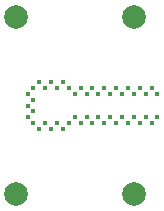
<source format=gbr>
%TF.GenerationSoftware,KiCad,Pcbnew,6.0.9+dfsg-1~bpo11+1*%
%TF.CreationDate,2022-11-06T14:36:54+01:00*%
%TF.ProjectId,sma-connector,736d612d-636f-46e6-9e65-63746f722e6b,2*%
%TF.SameCoordinates,Original*%
%TF.FileFunction,Plated,1,2,PTH,Drill*%
%TF.FilePolarity,Positive*%
%FSLAX46Y46*%
G04 Gerber Fmt 4.6, Leading zero omitted, Abs format (unit mm)*
G04 Created by KiCad (PCBNEW 6.0.9+dfsg-1~bpo11+1) date 2022-11-06 14:36:54*
%MOMM*%
%LPD*%
G01*
G04 APERTURE LIST*
%TA.AperFunction,ViaDrill*%
%ADD10C,0.400000*%
%TD*%
%TA.AperFunction,ComponentDrill*%
%ADD11C,0.400000*%
%TD*%
%TA.AperFunction,ComponentDrill*%
%ADD12C,2.000000*%
%TD*%
G04 APERTURE END LIST*
D10*
X130000000Y-62500000D03*
X130000000Y-63500000D03*
X130000000Y-64500000D03*
X130500000Y-62000000D03*
X130500000Y-63000000D03*
X130500000Y-64000000D03*
X130500000Y-65000000D03*
X131000000Y-61500000D03*
X131000000Y-65500000D03*
X131500000Y-62000000D03*
X131500000Y-65000000D03*
X132000000Y-61500000D03*
X132000000Y-65500000D03*
X132500000Y-62000000D03*
X132500000Y-65000000D03*
X133000000Y-61500000D03*
X133000000Y-65500000D03*
X133500000Y-62000000D03*
X133500000Y-65000000D03*
X134000000Y-62500000D03*
X134000000Y-64500000D03*
X134500000Y-62000000D03*
X134500000Y-65000000D03*
X135000000Y-62500000D03*
X135000000Y-64500000D03*
X135500000Y-62000000D03*
X135500000Y-65000000D03*
X136000000Y-62500000D03*
X136000000Y-64500000D03*
X136500000Y-62000000D03*
X136500000Y-65000000D03*
X137000000Y-62500000D03*
X137000000Y-64500000D03*
X137500000Y-62000000D03*
X137500000Y-65000000D03*
X138000000Y-62500000D03*
X138000000Y-64500000D03*
X138500000Y-62000000D03*
X138500000Y-65000000D03*
D11*
%TO.C,J2*%
X139000000Y-62500000D03*
X139000000Y-64500000D03*
X139500000Y-62000000D03*
X139500000Y-65000000D03*
X140000000Y-62500000D03*
X140000000Y-64500000D03*
X140500000Y-62000000D03*
X140500000Y-65000000D03*
X141000000Y-62500000D03*
X141000000Y-64500000D03*
D12*
%TO.C,H3*%
X129000000Y-56000000D03*
%TO.C,H1*%
X129000000Y-71000000D03*
%TO.C,H2*%
X139000000Y-56000000D03*
%TO.C,H4*%
X139000000Y-71000000D03*
M02*

</source>
